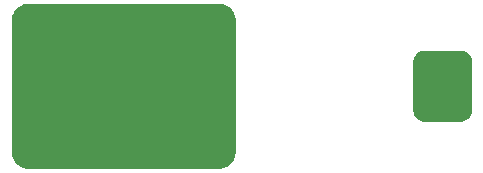
<source format=gm1>
G04*
G04 #@! TF.GenerationSoftware,Altium Limited,Altium Designer,24.3.1 (35)*
G04*
G04 Layer_Color=16711935*
%FSLAX44Y44*%
%MOMM*%
G71*
G04*
G04 #@! TF.SameCoordinates,1F43D650-1538-4F36-A45F-900124EBB3F4*
G04*
G04*
G04 #@! TF.FilePolarity,Positive*
G04*
G01*
G75*
G36*
X25000Y140000D02*
X185000Y140000D01*
X185000Y140000D01*
Y140000D01*
X186477Y140000D01*
X189375Y139424D01*
X192105Y138293D01*
X194562Y136651D01*
X196651Y134562D01*
X198293Y132105D01*
X199424Y129375D01*
X200000Y126477D01*
X200000Y125000D01*
X200000Y15000D01*
X200000Y15000D01*
Y13522D01*
X199423Y10625D01*
X198293Y7895D01*
X196651Y5438D01*
X194562Y3349D01*
X192105Y1707D01*
X189375Y576D01*
X186477Y0D01*
X185000D01*
X25000Y0D01*
X23522D01*
X20624Y576D01*
X17895Y1707D01*
X15438Y3349D01*
X13349Y5438D01*
X11707Y7895D01*
X10576Y10625D01*
X10000Y13523D01*
X10000Y15000D01*
Y125000D01*
X10000Y126477D01*
X10576Y129375D01*
X11707Y132105D01*
X13348Y134562D01*
X15438Y136651D01*
X17895Y138293D01*
X20625Y139424D01*
X23523Y140000D01*
X25000Y140000D01*
D02*
G37*
G36*
X392917Y99616D02*
X394737Y98862D01*
X396375Y97767D01*
X397767Y96375D01*
X398862Y94737D01*
X399616Y92917D01*
X400000Y90985D01*
Y90000D01*
Y50000D01*
Y49015D01*
X399616Y47083D01*
X398862Y45263D01*
X397767Y43625D01*
X396375Y42232D01*
X394737Y41138D01*
X392917Y40384D01*
X390985Y40000D01*
X359015D01*
X357083Y40384D01*
X355263Y41138D01*
X353625Y42232D01*
X352233Y43625D01*
X351138Y45263D01*
X350384Y47083D01*
X350000Y49015D01*
Y50000D01*
Y90000D01*
Y90985D01*
X350384Y92917D01*
X351138Y94737D01*
X352233Y96375D01*
X353625Y97767D01*
X355263Y98862D01*
X357083Y99616D01*
X359015Y100000D01*
X390985D01*
X392917Y99616D01*
D02*
G37*
M02*

</source>
